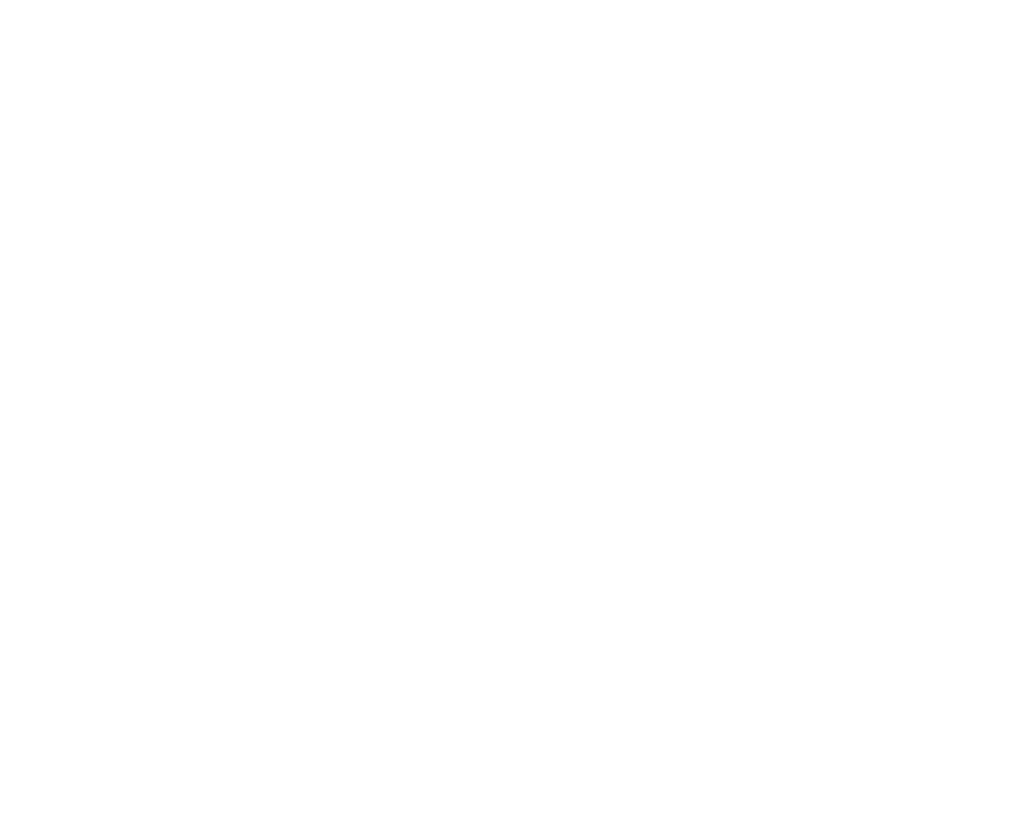
<source format=kicad_pcb>
(kicad_pcb (version 20221018) (generator pcbnew)

  (general
    (thickness 1.6)
  )

  (paper "A4")
  (layers
    (0 "F.Cu" signal)
    (31 "B.Cu" signal)
    (32 "B.Adhes" user "B.Adhesive")
    (33 "F.Adhes" user "F.Adhesive")
    (34 "B.Paste" user)
    (35 "F.Paste" user)
    (36 "B.SilkS" user "B.Silkscreen")
    (37 "F.SilkS" user "F.Silkscreen")
    (38 "B.Mask" user)
    (39 "F.Mask" user)
    (40 "Dwgs.User" user "User.Drawings")
    (41 "Cmts.User" user "User.Comments")
    (42 "Eco1.User" user "User.Eco1")
    (43 "Eco2.User" user "User.Eco2")
    (44 "Edge.Cuts" user)
    (45 "Margin" user)
    (46 "B.CrtYd" user "B.Courtyard")
    (47 "F.CrtYd" user "F.Courtyard")
    (48 "B.Fab" user)
    (49 "F.Fab" user)
    (50 "User.1" user)
    (51 "User.2" user)
    (52 "User.3" user)
    (53 "User.4" user)
    (54 "User.5" user)
    (55 "User.6" user)
    (56 "User.7" user)
    (57 "User.8" user)
    (58 "User.9" user)
  )

  (setup
    (pad_to_mask_clearance 0)
    (pcbplotparams
      (layerselection 0x00010fc_ffffffff)
      (plot_on_all_layers_selection 0x0000000_00000000)
      (disableapertmacros false)
      (usegerberextensions false)
      (usegerberattributes true)
      (usegerberadvancedattributes true)
      (creategerberjobfile true)
      (dashed_line_dash_ratio 12.000000)
      (dashed_line_gap_ratio 3.000000)
      (svgprecision 4)
      (plotframeref false)
      (viasonmask false)
      (mode 1)
      (useauxorigin false)
      (hpglpennumber 1)
      (hpglpenspeed 20)
      (hpglpendiameter 15.000000)
      (dxfpolygonmode true)
      (dxfimperialunits true)
      (dxfusepcbnewfont true)
      (psnegative false)
      (psa4output false)
      (plotreference true)
      (plotvalue true)
      (plotinvisibletext false)
      (sketchpadsonfab false)
      (subtractmaskfromsilk false)
      (outputformat 1)
      (mirror false)
      (drillshape 1)
      (scaleselection 1)
      (outputdirectory "")
    )
  )

  (net 0 "")

  (gr_line (start 203.75 78.8) (end 203.75 40.41)
    (stroke (width 0.25) (type solid)) (layer "Dwgs.User") (tstamp 08ff0f05-eaf8-47f9-97ed-ef0079db7f89))
  (gr_circle (center 110.06 106.95) (end 111.26 106.95)
    (stroke (width 0.25) (type solid)) (fill none) (layer "Dwgs.User") (tstamp 16a9ebf3-4d6f-489d-9e00-ac2fc019020a))
  (gr_line (start 103.07 87.575) (end 103.07 76.325)
    (stroke (width 0.25) (type solid)) (layer "Dwgs.User") (tstamp 1d149dcc-bdf2-4333-91bb-7da0cefe8732))
  (gr_line (start 101.37 85.1) (end 101.37 123.49)
    (stroke (width 0.25) (type solid)) (layer "Dwgs.User") (tstamp 20b161d4-7b00-4c75-88c0-f2bd7f8163b2))
  (gr_line (start 103.07 76.325) (end 101.37 76.325)
    (stroke (width 0.25) (type solid)) (layer "Dwgs.User") (tstamp 41ab516b-2a0c-4592-bc83-eb9524a3c677))
  (gr_line (start 103.07 87.575) (end 101.37 87.575)
    (stroke (width 0.25) (type solid)) (layer "Dwgs.User") (tstamp 4734f0d3-ab61-4217-84a6-a4718ccd1e90))
  (gr_line (start 202.05 87.575) (end 203.75 87.575)
    (stroke (width 0.25) (type solid)) (layer "Dwgs.User") (tstamp 52567767-def1-46d3-b181-121d33bec924))
  (gr_line (start 101.37 40.41) (end 101.37 78.8)
    (stroke (width 0.25) (type solid)) (layer "Dwgs.User") (tstamp 5edc7d66-7410-4fb7-b0f5-0072bd458bbf))
  (gr_line (start 203.75 123.49) (end 203.75 85.1)
    (stroke (width 0.25) (type solid)) (layer "Dwgs.User") (tstamp 76c72806-e41b-484f-b227-06ec9a0dd1b4))
  (gr_circle (center 195.06 56.95) (end 196.26 56.95)
    (stroke (width 0.25) (type solid)) (fill none) (layer "Dwgs.User") (tstamp 7b88da68-4f95-4a1e-8865-cc7fa1e00bd4))
  (gr_line (start 202.05 87.575) (end 202.05 76.325)
    (stroke (width 0.25) (type solid)) (layer "Dwgs.User") (tstamp 7c754953-3eb2-405a-8a0f-73a66bc834b5))
  (gr_line (start 202.05 76.325) (end 203.75 76.325)
    (stroke (width 0.25) (type solid)) (layer "Dwgs.User") (tstamp 8592d16f-b6a5-4c4d-8b28-20a973036aaf))
  (gr_line (start 101.37 123.49) (end 203.75 123.49)
    (stroke (width 0.25) (type solid)) (layer "Dwgs.User") (tstamp c78d58c6-2d5e-4fa3-830c-bef544d0e395))
  (gr_line (start 203.75 40.41) (end 101.37 40.41)
    (stroke (width 0.25) (type solid)) (layer "Dwgs.User") (tstamp e43116ff-619d-4ac8-a1d5-41e38382bca7))

  (group "" (id 079aded8-05d2-48df-9aba-83e8db09a6ca)
    (members
      08ff0f05-eaf8-47f9-97ed-ef0079db7f89
      1d149dcc-bdf2-4333-91bb-7da0cefe8732
      20b161d4-7b00-4c75-88c0-f2bd7f8163b2
      41ab516b-2a0c-4592-bc83-eb9524a3c677
      4734f0d3-ab61-4217-84a6-a4718ccd1e90
      52567767-def1-46d3-b181-121d33bec924
      5edc7d66-7410-4fb7-b0f5-0072bd458bbf
      76c72806-e41b-484f-b227-06ec9a0dd1b4
      7c754953-3eb2-405a-8a0f-73a66bc834b5
      8592d16f-b6a5-4c4d-8b28-20a973036aaf
      c78d58c6-2d5e-4fa3-830c-bef544d0e395
      e43116ff-619d-4ac8-a1d5-41e38382bca7
    )
  )
)

</source>
